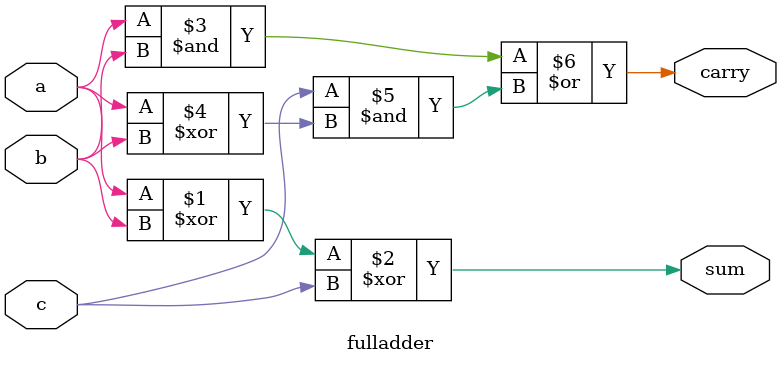
<source format=v>
module fulladder(
    input a,b,c,
    output sum,carry

);
    assign sum=(a^b)^(c);
    assign carry=(a&b)| c&(a^b);

endmodule


</source>
